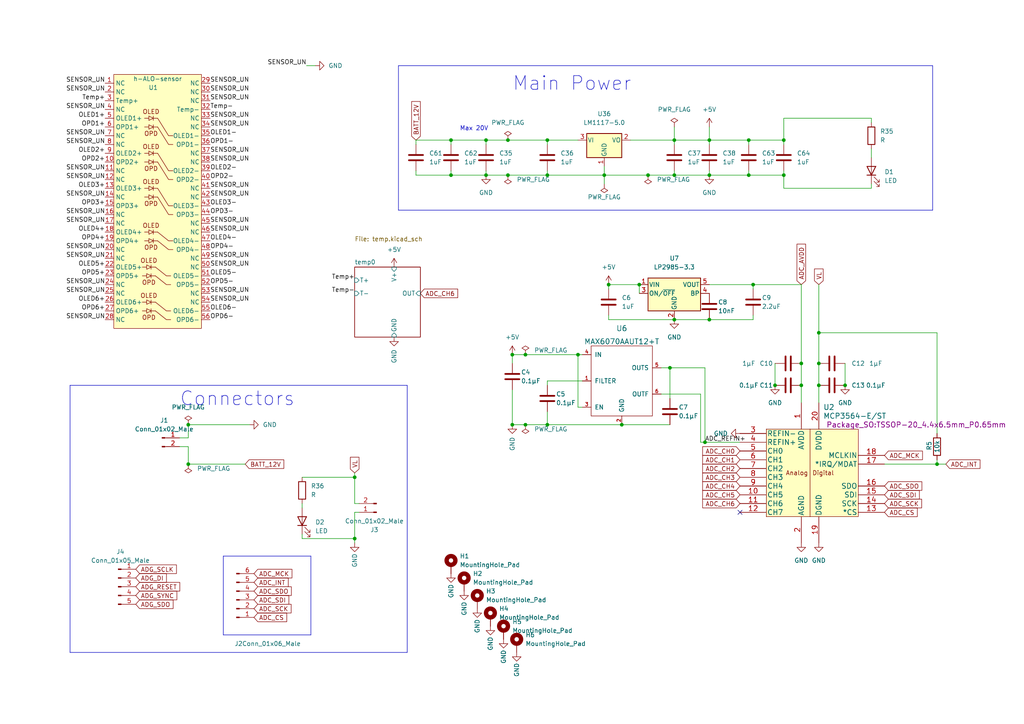
<source format=kicad_sch>
(kicad_sch (version 20230121) (generator eeschema)
  (paper "A4")
  (junction (at 54.61 134.62))
  (junction (at 217.17 50.8))
  (junction (at 158.75 123.19))
  (junction (at 187.96 50.8))
  (junction (at 152.4 102.87))
  (junction (at 127.635 -119.38))
  (junction (at 194.31 106.68))
  (junction (at 162.56 -119.38))
  (junction (at 195.58 40.64))
  (junction (at -30.48 -20.32))
  (junction (at 147.32 50.8))
  (junction (at 180.34 123.19))
  (junction (at -40.64 -46.99))
  (junction (at 224.79 111.76))
  (junction (at 125.095 -114.935))
  (junction (at 205.74 92.71))
  (junction (at 205.74 40.64))
  (junction (at -25.4 -76.2))
  (junction (at 147.32 40.64))
  (junction (at 102.87 156.21))
  (junction (at 102.87 138.43))
  (junction (at 140.97 50.8))
  (junction (at 271.78 134.62))
  (junction (at -21.59 -81.28))
  (junction (at -52.07 -20.32))
  (junction (at 158.75 40.64))
  (junction (at 218.44 82.55))
  (junction (at 195.58 50.8))
  (junction (at 227.33 50.8))
  (junction (at 237.49 105.41))
  (junction (at 237.49 111.76))
  (junction (at 160.02 -114.935))
  (junction (at 86.36 -119.38))
  (junction (at 245.11 111.76))
  (junction (at 217.17 40.64))
  (junction (at 47.625 -114.935))
  (junction (at 192.405 -114.935))
  (junction (at 130.81 40.64))
  (junction (at 227.33 40.64))
  (junction (at 152.4 123.19))
  (junction (at 158.75 50.8))
  (junction (at -40.64 -20.32))
  (junction (at 237.49 96.52))
  (junction (at 50.165 -119.38))
  (junction (at 232.41 105.41))
  (junction (at 185.42 82.55))
  (junction (at 205.74 50.8))
  (junction (at 130.81 50.8))
  (junction (at 176.53 82.55))
  (junction (at 175.26 50.8))
  (junction (at 148.59 102.87))
  (junction (at 140.97 40.64))
  (junction (at 83.82 -114.935))
  (junction (at 204.47 128.27))
  (junction (at -40.64 -81.28))
  (junction (at 194.945 -119.38))
  (junction (at 195.58 92.71))
  (junction (at 232.41 111.76))
  (junction (at 148.59 123.19))
  (junction (at 167.64 102.87))
  (junction (at 54.61 123.19))
  (no_connect (at -12.7 -54.61))
  (no_connect (at -12.7 -52.07))
  (no_connect (at 214.63 148.59))
  (wire (pts (xy 54.61 127) (xy 54.61 123.19)))
  (wire (pts (xy 195.58 40.64) (xy 205.74 40.64)))
  (wire (pts (xy 271.78 96.52) (xy 271.78 125.73)))
  (wire (pts (xy 191.77 106.68) (xy 194.31 106.68)))
  (wire (pts (xy -40.64 -46.99) (xy -40.64 -41.91)))
  (wire (pts (xy 245.11 105.41) (xy 245.11 111.76)))
  (wire (pts (xy 271.78 134.62) (xy 271.78 133.35)))
  (wire (pts (xy -12.7 -46.99) (xy 207.01 -46.99)))
  (wire (pts (xy 130.81 40.64) (xy 130.81 41.91)))
  (wire (pts (xy 162.56 -119.38) (xy 194.945 -119.38)))
  (wire (pts (xy 127.635 -119.38) (xy 162.56 -119.38)))
  (wire (pts (xy 187.96 50.8) (xy 195.58 50.8)))
  (wire (pts (xy 248.92 -49.53) (xy 248.92 -29.21)))
  (wire (pts (xy 205.74 50.8) (xy 217.17 50.8)))
  (wire (pts (xy 147.32 50.8) (xy 158.75 50.8)))
  (wire (pts (xy 83.82 -114.935) (xy 125.095 -114.935)))
  (wire (pts (xy -40.64 -20.32) (xy -52.07 -20.32)))
  (wire (pts (xy 217.17 40.64) (xy 205.74 40.64)))
  (wire (pts (xy -40.64 -81.28) (xy -21.59 -81.28)))
  (wire (pts (xy 185.42 82.55) (xy 176.53 82.55)))
  (wire (pts (xy 102.87 137.16) (xy 102.87 138.43)))
  (wire (pts (xy 102.87 146.05) (xy 104.14 146.05)))
  (wire (pts (xy 191.77 114.3) (xy 203.2 114.3)))
  (wire (pts (xy 40.64 -36.83) (xy 40.64 -29.21)))
  (wire (pts (xy 162.56 -119.38) (xy 162.56 -110.49)))
  (wire (pts (xy 87.63 154.94) (xy 87.63 156.21)))
  (wire (pts (xy 217.17 41.91) (xy 217.17 40.64)))
  (wire (pts (xy 158.75 40.64) (xy 158.75 41.91)))
  (wire (pts (xy -12.7 -41.91) (xy 124.46 -41.91)))
  (wire (pts (xy 229.87 -114.935) (xy 229.87 -110.49)))
  (wire (pts (xy -66.04 -20.32) (xy -52.07 -20.32)))
  (wire (pts (xy -40.64 -34.29) (xy -40.64 -20.32)))
  (wire (pts (xy 192.405 -114.935) (xy 192.405 -110.49)))
  (wire (pts (xy 54.61 129.54) (xy 54.61 134.62)))
  (polyline (pts (xy 118.11 111.76) (xy 118.11 189.23)))
  (wire (pts (xy 130.81 49.53) (xy 130.81 50.8)))
  (wire (pts (xy -25.4 -76.2) (xy -52.07 -76.2)))
  (wire (pts (xy 227.33 54.61) (xy 227.33 50.8)))
  (wire (pts (xy 148.59 102.87) (xy 148.59 105.41)))
  (wire (pts (xy 168.91 110.49) (xy 158.75 110.49)))
  (wire (pts (xy 232.41 105.41) (xy 232.41 111.76)))
  (wire (pts (xy -52.07 -76.2) (xy -52.07 -53.34)))
  (wire (pts (xy 167.64 102.87) (xy 167.64 118.11)))
  (wire (pts (xy 120.65 50.8) (xy 130.81 50.8)))
  (wire (pts (xy 237.49 82.55) (xy 237.49 96.52)))
  (wire (pts (xy 91.44 19.05) (xy 88.9 19.05)))
  (wire (pts (xy 50.165 -110.49) (xy 50.165 -119.38)))
  (wire (pts (xy 158.75 49.53) (xy 158.75 50.8)))
  (wire (pts (xy 54.61 134.62) (xy 71.12 134.62)))
  (wire (pts (xy 227.33 34.29) (xy 227.33 40.64)))
  (wire (pts (xy -30.48 -20.32) (xy -40.64 -20.32)))
  (wire (pts (xy 195.58 40.64) (xy 195.58 41.91)))
  (wire (pts (xy -21.59 -81.28) (xy -21.59 -67.31)))
  (polyline (pts (xy 90.17 161.29) (xy 64.77 161.29)))
  (wire (pts (xy -40.64 -46.99) (xy -34.29 -46.99)))
  (wire (pts (xy 194.31 106.68) (xy 194.31 115.57)))
  (wire (pts (xy 176.53 82.55) (xy 176.53 83.82)))
  (wire (pts (xy 205.74 82.55) (xy 218.44 82.55)))
  (polyline (pts (xy 270.51 19.05) (xy 270.51 60.96)))
  (wire (pts (xy -16.51 -21.59) (xy -16.51 -10.16)))
  (wire (pts (xy 54.61 123.19) (xy 72.39 123.19)))
  (wire (pts (xy 194.945 -119.38) (xy 194.945 -110.49)))
  (wire (pts (xy -66.04 -53.34) (xy -66.04 -81.28)))
  (wire (pts (xy -12.7 -39.37) (xy 81.28 -39.37)))
  (wire (pts (xy 120.65 40.64) (xy 130.81 40.64)))
  (wire (pts (xy 140.97 40.64) (xy 140.97 41.91)))
  (wire (pts (xy 104.14 148.59) (xy 102.87 148.59)))
  (wire (pts (xy 218.44 82.55) (xy 232.41 82.55)))
  (wire (pts (xy 176.53 92.71) (xy 176.53 91.44)))
  (wire (pts (xy 160.02 -114.935) (xy 192.405 -114.935)))
  (wire (pts (xy 195.58 50.8) (xy 205.74 50.8)))
  (wire (pts (xy 205.74 92.71) (xy 218.44 92.71)))
  (polyline (pts (xy 90.17 161.29) (xy 90.17 184.15)))
  (wire (pts (xy 217.17 50.8) (xy 217.17 49.53)))
  (wire (pts (xy 192.405 -114.935) (xy 229.87 -114.935)))
  (wire (pts (xy 232.41 111.76) (xy 232.41 116.84)))
  (wire (pts (xy 194.945 -119.38) (xy 232.41 -119.38)))
  (wire (pts (xy 152.4 102.87) (xy 148.59 102.87)))
  (polyline (pts (xy 64.77 161.29) (xy 64.77 184.15)))
  (wire (pts (xy 86.36 -119.38) (xy 127.635 -119.38)))
  (wire (pts (xy 158.75 50.8) (xy 175.26 50.8)))
  (wire (pts (xy 87.63 138.43) (xy 102.87 138.43)))
  (wire (pts (xy 217.17 50.8) (xy 227.33 50.8)))
  (wire (pts (xy 52.07 127) (xy 54.61 127)))
  (wire (pts (xy 50.165 -119.38) (xy 15.24 -119.38)))
  (polyline (pts (xy 64.77 184.15) (xy 90.17 184.15)))
  (wire (pts (xy -43.18 -10.16) (xy -36.83 -10.16)))
  (wire (pts (xy -66.04 -81.28) (xy -40.64 -81.28)))
  (wire (pts (xy -30.48 -20.32) (xy -30.48 -21.59)))
  (wire (pts (xy 217.17 40.64) (xy 227.33 40.64)))
  (wire (pts (xy 185.42 82.55) (xy 185.42 85.09)))
  (wire (pts (xy 182.88 40.64) (xy 195.58 40.64)))
  (wire (pts (xy 148.59 123.19) (xy 148.59 113.03)))
  (wire (pts (xy 224.79 105.41) (xy 224.79 111.76)))
  (wire (pts (xy 175.26 48.26) (xy 175.26 50.8)))
  (wire (pts (xy 252.73 35.56) (xy 252.73 34.29)))
  (wire (pts (xy 47.625 -114.935) (xy 83.82 -114.935)))
  (polyline (pts (xy 270.51 60.96) (xy 115.57 60.96)))
  (wire (pts (xy -30.48 -19.05) (xy -30.48 -20.32)))
  (wire (pts (xy 125.095 -114.935) (xy 125.095 -110.49)))
  (wire (pts (xy 158.75 110.49) (xy 158.75 111.76)))
  (wire (pts (xy 148.59 123.19) (xy 152.4 123.19)))
  (wire (pts (xy 237.49 111.76) (xy 237.49 116.84)))
  (wire (pts (xy 158.75 123.19) (xy 180.34 123.19)))
  (wire (pts (xy 204.47 128.27) (xy 204.47 106.68)))
  (wire (pts (xy 203.2 128.27) (xy 204.47 128.27)))
  (wire (pts (xy 195.58 49.53) (xy 195.58 50.8)))
  (polyline (pts (xy 115.57 60.96) (xy 115.57 19.05)))
  (wire (pts (xy 205.74 36.83) (xy 205.74 40.64)))
  (wire (pts (xy 86.36 -119.38) (xy 86.36 -110.49)))
  (wire (pts (xy 252.73 54.61) (xy 227.33 54.61)))
  (wire (pts (xy 50.165 -119.38) (xy 86.36 -119.38)))
  (wire (pts (xy 248.92 -49.53) (xy -12.7 -49.53)))
  (wire (pts (xy 168.91 102.87) (xy 167.64 102.87)))
  (wire (pts (xy 147.32 40.64) (xy 158.75 40.64)))
  (wire (pts (xy 47.625 -110.49) (xy 47.625 -114.935)))
  (wire (pts (xy 130.81 40.64) (xy 140.97 40.64)))
  (wire (pts (xy 127.635 -119.38) (xy 127.635 -110.49)))
  (wire (pts (xy 232.41 -119.38) (xy 232.41 -110.49)))
  (wire (pts (xy 195.58 92.71) (xy 205.74 92.71)))
  (wire (pts (xy 218.44 82.55) (xy 218.44 83.82)))
  (wire (pts (xy 83.82 -114.935) (xy 83.82 -110.49)))
  (wire (pts (xy -19.05 -21.59) (xy -19.05 -10.16)))
  (wire (pts (xy 205.74 40.64) (xy 205.74 41.91)))
  (wire (pts (xy -21.59 -21.59) (xy -21.59 -10.16)))
  (wire (pts (xy 237.49 105.41) (xy 237.49 111.76)))
  (wire (pts (xy 120.65 49.53) (xy 120.65 50.8)))
  (wire (pts (xy 160.02 -114.935) (xy 160.02 -110.49)))
  (wire (pts (xy 175.26 53.34) (xy 175.26 50.8)))
  (wire (pts (xy 252.73 43.18) (xy 252.73 45.72)))
  (wire (pts (xy 47.625 -114.935) (xy 20.955 -114.935)))
  (wire (pts (xy 180.34 123.19) (xy 194.31 123.19)))
  (wire (pts (xy 166.37 -44.45) (xy 166.37 -29.21)))
  (wire (pts (xy 125.095 -114.935) (xy 160.02 -114.935)))
  (wire (pts (xy -29.21 -10.16) (xy -26.67 -10.16)))
  (wire (pts (xy -40.64 -81.28) (xy -40.64 -46.99)))
  (wire (pts (xy 120.65 40.64) (xy 120.65 41.91)))
  (wire (pts (xy 252.73 53.34) (xy 252.73 54.61)))
  (wire (pts (xy 81.28 -39.37) (xy 81.28 -29.21)))
  (wire (pts (xy 194.31 106.68) (xy 204.47 106.68)))
  (polyline (pts (xy 20.32 111.76) (xy 118.11 111.76)))
  (wire (pts (xy 271.78 134.62) (xy 274.32 134.62)))
  (polyline (pts (xy 115.57 19.05) (xy 270.51 19.05)))
  (wire (pts (xy 87.63 156.21) (xy 102.87 156.21)))
  (wire (pts (xy 140.97 50.8) (xy 140.97 49.53)))
  (wire (pts (xy -12.7 -36.83) (xy 40.64 -36.83)))
  (wire (pts (xy 167.64 118.11) (xy 168.91 118.11)))
  (wire (pts (xy 203.2 114.3) (xy 203.2 128.27)))
  (wire (pts (xy 167.64 102.87) (xy 152.4 102.87)))
  (wire (pts (xy 124.46 -41.91) (xy 124.46 -29.21)))
  (wire (pts (xy 102.87 156.21) (xy 102.87 157.48)))
  (wire (pts (xy 140.97 50.8) (xy 147.32 50.8)))
  (wire (pts (xy 227.33 40.64) (xy 227.33 41.91)))
  (wire (pts (xy -25.4 -76.2) (xy -25.4 -67.31)))
  (wire (pts (xy -24.13 -21.59) (xy -24.13 -10.16)))
  (wire (pts (xy 218.44 92.71) (xy 218.44 91.44)))
  (wire (pts (xy 102.87 148.59) (xy 102.87 156.21)))
  (wire (pts (xy 237.49 105.41) (xy 237.49 96.52)))
  (wire (pts (xy -21.59 -85.09) (xy -21.59 -81.28)))
  (wire (pts (xy 15.24 -119.38) (xy 15.24 -123.19)))
  (wire (pts (xy 52.07 129.54) (xy 54.61 129.54)))
  (wire (pts (xy 158.75 119.38) (xy 158.75 123.19)))
  (wire (pts (xy 252.73 34.29) (xy 227.33 34.29)))
  (wire (pts (xy 207.01 -46.99) (xy 207.01 -29.21)))
  (wire (pts (xy 232.41 82.55) (xy 232.41 105.41)))
  (wire (pts (xy -52.07 -20.32) (xy -52.07 -45.72)))
  (wire (pts (xy -12.7 -44.45) (xy 166.37 -44.45)))
  (wire (pts (xy 158.75 40.64) (xy 167.64 40.64)))
  (wire (pts (xy 195.58 36.83) (xy 195.58 40.64)))
  (wire (pts (xy 237.49 96.52) (xy 271.78 96.52)))
  (wire (pts (xy 102.87 138.43) (xy 102.87 146.05)))
  (wire (pts (xy 227.33 50.8) (xy 227.33 49.53)))
  (wire (pts (xy 175.26 50.8) (xy 187.96 50.8)))
  (wire (pts (xy -25.4 -85.09) (xy -25.4 -76.2)))
  (wire (pts (xy 140.97 40.64) (xy 147.32 40.64)))
  (wire (pts (xy -66.04 -45.72) (xy -66.04 -20.32)))
  (wire (pts (xy 204.47 128.27) (xy 214.63 128.27)))
  (wire (pts (xy 152.4 123.19) (xy 158.75 123.19)))
  (polyline (pts (xy 20.32 111.76) (xy 20.32 189.23)))
  (wire (pts (xy -26.67 -10.16) (xy -26.67 -21.59)))
  (polyline (pts (xy 118.11 189.23) (xy 20.32 189.23)))
  (wire (pts (xy 195.58 92.71) (xy 176.53 92.71)))
  (wire (pts (xy -43.18 -13.97) (xy -43.18 -10.16)))
  (wire (pts (xy 130.81 50.8) (xy 140.97 50.8)))
  (wire (pts (xy 87.63 146.05) (xy 87.63 147.32)))
  (wire (pts (xy 205.74 49.53) (xy 205.74 50.8)))
  (wire (pts (xy 256.54 134.62) (xy 271.78 134.62)))
  (text "Main Power" (at 148.59 26.67 0) (effects (font (size 4 4)) (justify left bottom)))
  (text "Connectors" (at 52.07 118.11 0) (effects (font (size 4 4)) (justify left bottom)))
  (text "VL: Logic Power Supply Input. \nOperates from 2.7 V to 5.5 V.\n\nVSS: Most Negative Power Supply Potential. \nIn single-supply applications, it can be connected\nto ground.\n\nRESET:\nActive Low Logic Input. When this pin is low, all switches are open, and the appropriate registers\nare cleared to 0.\n\nSYNC:\nActive Low Control Input. This is the frame synchronization signal for the input data. When SYNC\ngoes low, it powers on the SCLK and DIN buffers and enables the input shift register. Data is\ntransferred in on the falling edges of the following clocks. Taking SYNC high updates the switch\ncondition.\n\nSDO:\nFor systems that contain several switches, the SDO pin can be\nused to daisy-chain several devices together. The SDO pin can\nalso be used for diagnostic purposes and to provide serial readback\nwhere the user wants to read back the switch contents.\nThe SDO pin is an open-drain output that should be pulled to\nthe VL supply with an external resistor." (at -191.77 -33.02 0) (effects (font (size 1.27 1.27)) (justify left bottom)))
  (text "Max 20V" (at 133.35 38.1 0) (effects (font (size 1.27 1.27)) (justify left bottom)))
  (label "SENSOR_UN" (at 60.96 77.47 0))
  (label "OLED2-" (at 261.62 -20.32 0))
  (label "OPD2+" (at 30.48 46.99 180))
  (label "Temp+" (at 30.48 29.21 180))
  (label "SENSOR_UN" (at 60.96 36.83 0))
  (label "OLED4-" (at 60.96 69.85 0))
  (label "SENSOR_UN" (at 30.48 62.23 180))
  (label "SENSOR_UN" (at 60.96 64.77 0))
  (label "OLED2+" (at 261.62 -17.78 0))
  (label "OLED5+" (at 137.16 -17.78 0))
  (label "SENSOR_UN" (at 30.48 41.91 180))
  (label "OPD1+" (at 185.42 -100.33 180))
  (label "SENSOR_UN" (at 30.48 52.07 180))
  (label "OPD5+" (at 30.48 80.01 180))
  (label "OPD3-" (at 115.57 -102.87 180))
  (label "OLED6-" (at 179.07 -20.32 0))
  (label "OLED2+" (at 30.48 44.45 180))
  (label "SENSOR_UN" (at 30.48 92.71 180))
  (label "SENSOR_UN" (at 30.48 49.53 180))
  (label "OLED2-" (at 60.96 49.53 0))
  (label "OPD6-" (at 220.98 -102.87 180))
  (label "OLED4-" (at 93.98 -20.32 0))
  (label "OLED6+" (at 179.07 -17.78 0))
  (label "SENSOR_UN" (at 60.96 74.93 0))
  (label "SENSOR_UN" (at 30.48 72.39 180))
  (label "SENSOR_UN" (at 30.48 31.75 180))
  (label "OPD5+" (at 38.1 -100.33 180))
  (label "OLED1-" (at 219.71 -20.32 0))
  (label "OLED4+" (at 30.48 67.31 180))
  (label "SENSOR_UN" (at 60.96 44.45 0))
  (label "OLED3+" (at 53.34 -17.78 0))
  (label "OLED5+" (at 30.48 77.47 180))
  (label "OPD2+" (at 151.13 -100.33 180))
  (label "OPD3-" (at 60.96 62.23 0))
  (label "SENSOR_UN" (at 60.96 67.31 0))
  (label "OPD2-" (at 151.13 -102.87 180))
  (label "OPD1+" (at 30.48 36.83 180))
  (label "SENSOR_UN" (at 30.48 82.55 180))
  (label "OLED3+" (at 30.48 54.61 180))
  (label "OLED5-" (at 137.16 -20.32 0))
  (label "OPD1-" (at 185.42 -102.87 180))
  (label "OPD3+" (at 30.48 59.69 180))
  (label "OLED1+" (at 219.71 -17.78 0))
  (label "SENSOR_UN" (at 60.96 24.13 0))
  (label "SENSOR_UN" (at 60.96 87.63 0))
  (label "OPD6-" (at 60.96 92.71 0))
  (label "OPD6+" (at 220.98 -100.33 180))
  (label "Temp-" (at 102.87 85.09 180))
  (label "SENSOR_UN" (at 30.48 57.15 180))
  (label "SENSOR_UN" (at 30.48 24.13 180))
  (label "SENSOR_UN" (at 60.96 54.61 0))
  (label "OLED3-" (at 60.96 59.69 0))
  (label "SENSOR_UN" (at 60.96 46.99 0))
  (label "OLED3-" (at 53.34 -20.32 0))
  (label "OPD4-" (at 60.96 72.39 0))
  (label "Temp+" (at 102.87 81.28 180))
  (label "SENSOR_UN" (at 88.9 19.05 180))
  (label "OLED1-" (at 60.96 39.37 0))
  (label "OPD1-" (at 60.96 41.91 0))
  (label "OLED1+" (at 30.48 34.29 180))
  (label "SENSOR_UN" (at 60.96 85.09 0))
  (label "OPD3+" (at 115.57 -100.33 180))
  (label "SENSOR_UN" (at 30.48 39.37 180))
  (label "OPD6+" (at 30.48 90.17 180))
  (label "OLED6+" (at 30.48 87.63 180))
  (label "OPD4-" (at 74.93 -102.87 180))
  (label "OPD2-" (at 60.96 52.07 0))
  (label "SENSOR_UN" (at 30.48 26.67 180))
  (label "SENSOR_UN" (at 30.48 74.93 180))
  (label "OPD5-" (at 60.96 82.55 0))
  (label "OPD5-" (at 38.1 -102.87 180))
  (label "SENSOR_UN" (at 60.96 26.67 0))
  (label "OLED5-" (at 60.96 80.01 0))
  (label "SENSOR_UN" (at 60.96 34.29 0))
  (label "SENSOR_UN" (at 60.96 57.15 0))
  (label "SENSOR_UN" (at 60.96 29.21 0))
  (label "ADC_REFIN+" (at 204.47 128.27 0))
  (label "Temp-" (at 60.96 31.75 0))
  (label "SENSOR_UN" (at 30.48 64.77 180))
  (label "OLED4+" (at 93.98 -17.78 0))
  (label "SENSOR_UN" (at 30.48 85.09 180))
  (label "OPD4+" (at 74.93 -100.33 180))
  (label "OPD4+" (at 30.48 69.85 180))
  (label "OLED6-" (at 60.96 90.17 0))
  (global_label "ADG_SDO" (shape input) (at -26.67 -10.16 270) (property "Intersheetrefs" "${INTERSHEET_REFS}" (effects hide)))
  (global_label "ADG_RESET" (shape input) (at -24.13 -10.16 270) (property "Intersheetrefs" "${INTERSHEET_REFS}" (effects hide)))
  (global_label "BATT_12V" (shape input) (at 120.65 40.64 90) (property "Intersheetrefs" "${INTERSHEET_REFS}" (effects hide)))
  (global_label "BATT_12V" (shape input) (at 71.12 134.62 0) (property "Intersheetrefs" "${INTERSHEET_REFS}" (effects hide)))
  (global_label "ADC_SDO" (shape input) (at 73.66 171.45 0) (property "Intersheetrefs" "${INTERSHEET_REFS}" (effects hide)))
  (global_label "ADC_MCK" (shape input) (at 73.66 166.37 0) (property "Intersheetrefs" "${INTERSHEET_REFS}" (effects hide)))
  (global_label "ADG_SCLK" (shape input) (at -16.51 -10.16 270) (property "Intersheetrefs" "${INTERSHEET_REFS}" (effects hide)))
  (global_label "ADC_SDI" (shape input) (at 256.54 143.51 0) (property "Intersheetrefs" "${INTERSHEET_REFS}" (effects hide)))
  (global_label "ADG_SDO" (shape input) (at 39.37 175.26 0) (property "Intersheetrefs" "${INTERSHEET_REFS}" (effects hide)))
  (global_label "ADC_AVDD" (shape input) (at 232.41 82.55 90) (property "Intersheetrefs" "${INTERSHEET_REFS}" (effects hide)))
  (global_label "VL" (shape input) (at 102.87 137.16 90) (property "Intersheetrefs" "${INTERSHEET_REFS}" (effects hide)))
  (global_label "BATT_12V" (shape input) (at 20.955 -114.935 180) (property "Intersheetrefs" "${INTERSHEET_REFS}" (effects hide)))
  (global_label "ADG_RESET" (shape input) (at 39.37 170.18 0) (property "Intersheetrefs" "${INTERSHEET_REFS}" (effects hide)))
  (global_label "ADG_DI" (shape input) (at 39.37 167.64 0) (property "Intersheetrefs" "${INTERSHEET_REFS}" (effects hide)))
  (global_label "ADC_CH6" (shape input) (at 214.63 146.05 180) (property "Intersheetrefs" "${INTERSHEET_REFS}" (effects hide)))
  (global_label "ADC_SCK" (shape input) (at 73.66 176.53 0) (property "Intersheetrefs" "${INTERSHEET_REFS}" (effects hide)))
  (global_label "ADC_CH2" (shape input) (at 214.63 135.89 180) (property "Intersheetrefs" "${INTERSHEET_REFS}" (effects hide)))
  (global_label "ADC_CS" (shape input) (at 73.66 179.07 0) (property "Intersheetrefs" "${INTERSHEET_REFS}" (effects hide)))
  (global_label "ADC_SDO" (shape input) (at 256.54 140.97 0) (property "Intersheetrefs" "${INTERSHEET_REFS}" (effects hide)))
  (global_label "ADC_CH2" (shape input) (at 87.63 -102.87 0) (property "Intersheetrefs" "${INTERSHEET_REFS}" (effects hide)))
  (global_label "ADC_SDI" (shape input) (at 73.66 173.99 0) (property "Intersheetrefs" "${INTERSHEET_REFS}" (effects hide)))
  (global_label "ADC_CS" (shape input) (at 256.54 148.59 0) (property "Intersheetrefs" "${INTERSHEET_REFS}" (effects hide)))
  (global_label "ADC_CH4" (shape input) (at 214.63 140.97 180) (property "Intersheetrefs" "${INTERSHEET_REFS}" (effects hide)))
  (global_label "ADC_CH4" (shape input) (at 163.83 -102.87 0) (property "Intersheetrefs" "${INTERSHEET_REFS}" (effects hide)))
  (global_label "ADC_SCK" (shape input) (at 256.54 146.05 0) (property "Intersheetrefs" "${INTERSHEET_REFS}" (effects hide)))
  (global_label "ADC_CH3" (shape input) (at 129.54 -102.87 0) (property "Intersheetrefs" "${INTERSHEET_REFS}" (effects hide)))
  (global_label "VL" (shape input) (at -25.4 -85.09 90) (property "Intersheetrefs" "${INTERSHEET_REFS}" (effects hide)))
  (global_label "ADG_SCLK" (shape input) (at 39.37 165.1 0) (property "Intersheetrefs" "${INTERSHEET_REFS}" (effects hide)))
  (global_label "ADG_SYNC" (shape input) (at 39.37 172.72 0) (property "Intersheetrefs" "${INTERSHEET_REFS}" (effects hide)))
  (global_label "ADC_CH1" (shape input) (at 214.63 133.35 180) (property "Intersheetrefs" "${INTERSHEET_REFS}" (effects hide)))
  (global_label "ADC_CH5" (shape input) (at 214.63 143.51 180) (property "Intersheetrefs" "${INTERSHEET_REFS}" (effects hide)))
  (global_label "ADC_CH6" (shape input) (at 121.92 85.09 0) (property "Intersheetrefs" "${INTERSHEET_REFS}" (effects hide)))
  (global_label "ADC_INT" (shape input) (at 274.32 134.62 0) (property "Intersheetrefs" "${INTERSHEET_REFS}" (effects hide)))
  (global_label "ADC_CH3" (shape input) (at 214.63 138.43 180) (property "Intersheetrefs" "${INTERSHEET_REFS}" (effects hide)))
  (global_label "ADG_SYNC" (shape input) (at -19.05 -10.16 270) (property "Intersheetrefs" "${INTERSHEET_REFS}" (effects hide)))
  (global_label "BATT_12V" (shape input) (at -21.59 -85.09 90) (property "Intersheetrefs" "${INTERSHEET_REFS}" (effects hide)))
  (global_label "VL" (shape input) (at 237.49 82.55 90) (property "Intersheetrefs" "${INTERSHEET_REFS}" (effects hide)))
  (global_label "ADC_INT" (shape input) (at 73.66 168.91 0) (property "Intersheetrefs" "${INTERSHEET_REFS}" (effects hide)))
  (global_label "ADC_CH0" (shape input) (at 234.95 -102.87 0) (property "Intersheetrefs" "${INTERSHEET_REFS}" (effects hide)))
  (global_label "ADC_MCK" (shape input) (at 256.54 132.08 0) (property "Intersheetrefs" "${INTERSHEET_REFS}" (effects hide)))
  (global_label "ADC_CH0" (shape input) (at 214.63 130.81 180) (property "Intersheetrefs" "${INTERSHEET_REFS}" (effects hide)))
  (global_label "ADG_DI" (shape input) (at -21.59 -10.16 270) (property "Intersheetrefs" "${INTERSHEET_REFS}" (effects hide)))
  (global_label "VL" (shape input) (at -43.18 -13.97 90) (property "Intersheetrefs" "${INTERSHEET_REFS}" (effects hide)))
  (global_label "ADC_CH1" (shape input) (at 52.07 -102.87 0) (property "Intersheetrefs" "${INTERSHEET_REFS}" (effects hide)))
  (global_label "ADC_CH5" (shape input) (at 199.39 -102.87 0) (property "Intersheetrefs" "${INTERSHEET_REFS}" (effects hide)))
  (symbol (lib_id "power:GND") (at -30.48 -19.05 0) (unit 1)
    (property "Reference" "#PWR0133" (effects hide))
    (property "Value" "GND" (at -33.02 -15.24 0) (effects (justify left)))
  )
  (symbol (lib_id "power:GND") (at 127.635 -91.44 0) (unit 1)
    (property "Reference" "#PWR0122" (effects hide))
    (property "Value" "GND" (at 127.635 -86.995 0))
  )
  (symbol (lib_id "power:GND") (at 130.81 166.37 0) (unit 1)
    (property "Reference" "#PWR0140" (effects hide))
    (property "Value" "GND" (at 130.81 171.45 90))
  )
  (symbol (lib_id "Device:R") (at 271.78 129.54 0) (unit 1)
    (property "Reference" "R5" (at 269.494 129.286 90))
    (property "Value" "10k" (at 271.78 129.54 90))
    (property "Footprint" "Resistor_SMD:R_0603_1608Metric" (effects hide))
  )
  (symbol (lib_id "power:PWR_FLAG") (at 152.4 123.19 180) (unit 1)
    (property "Reference" "#FLG0111" (effects hide))
    (property "Value" "PWR_FLAG" (at 154.94 124.4599 0) (effects (justify right)))
  )
  (symbol (lib_id "power:GND") (at 214.63 125.73 270) (unit 1)
    (property "Reference" "#PWR0104" (effects hide))
    (property "Value" "GND" (at 207.01 125.73 90) (effects (justify left)))
  )
  (symbol (lib_id "power:GND") (at -30.48 -67.31 180) (unit 1)
    (property "Reference" "#PWR0132" (effects hide))
    (property "Value" "GND" (at -33.02 -71.12 0) (effects (justify right)))
  )
  (symbol (lib_id "power:PWR_FLAG") (at 54.61 134.62 180) (unit 1)
    (property "Reference" "#FLG0109" (effects hide))
    (property "Value" "PWR_FLAG" (at 57.15 135.8899 0) (effects (justify right)))
  )
  (symbol (lib_id "Device:LED") (at 87.63 151.13 90) (unit 1)
    (property "Reference" "D2" (at 91.44 151.4474 90) (effects (justify right)))
    (property "Value" "LED" (at 91.44 153.9874 90) (effects (justify right)))
    (property "Footprint" "LED_SMD:LED_0603_1608Metric" (effects hide))
  )
  (symbol (lib_id "Device:C") (at -66.04 -49.53 180) (unit 1)
    (property "Reference" "C60" (at -68.58 -48.26 0) (effects (justify left)))
    (property "Value" "0.1µF" (at -68.58 -50.8 0) (effects (justify left)))
    (property "Footprint" "Capacitor_SMD:C_0603_1608Metric" (effects hide))
  )
  (symbol (lib_id "Device:R") (at -33.02 -10.16 90) (unit 1)
    (property "Reference" "R34" (at -33.02 -15.24 90))
    (property "Value" "R" (at -33.02 -12.7 90))
    (property "Footprint" "Resistor_SMD:R_0603_1608Metric" (effects hide))
  )
  (symbol (lib_id "Device:C") (at 205.74 45.72 0) (unit 1)
    (property "Reference" "C38" (at 209.55 44.4499 0) (effects (justify left)))
    (property "Value" "1uF" (at 209.55 46.9899 0) (effects (justify left)))
    (property "Footprint" "Capacitor_SMD:C_0805_2012Metric" (effects hide))
  )
  (symbol (lib_id "Device:LED") (at 252.73 49.53 90) (unit 1)
    (property "Reference" "D1" (at 256.54 49.8474 90) (effects (justify right)))
    (property "Value" "LED" (at 256.54 52.3874 90) (effects (justify right)))
    (property "Footprint" "LED_SMD:LED_0603_1608Metric" (effects hide))
  )
  (symbol (lib_id "Device:C") (at 241.3 105.41 90) (unit 1)
    (property "Reference" "C12" (at 248.92 105.41 90))
    (property "Value" "1µF" (at 254 105.41 90))
    (property "Footprint" "Capacitor_SMD:C_0603_1608Metric" (effects hide))
  )
  (symbol (lib_id "power:GND") (at 248.92 -11.43 0) (unit 1)
    (property "Reference" "#PWR0117" (effects hide))
    (property "Value" "GND" (at 251.46 -10.1601 0) (effects (justify left)))
  )
  (symbol (lib_id "power:GND") (at 195.58 92.71 0) (unit 1)
    (property "Reference" "#PWR0116" (effects hide))
    (property "Value" "GND" (at 195.58 97.79 0))
  )
  (symbol (lib_id "power:PWR_FLAG") (at 54.61 123.19 0) (unit 1)
    (property "Reference" "#FLG0110" (effects hide))
    (property "Value" "PWR_FLAG" (at 54.61 118.11 0))
  )
  (symbol (lib_id "Connector:Conn_01x02_Male") (at 109.22 148.59 180) (unit 1)
    (property "Reference" "J3" (at 108.585 153.67 0))
    (property "Value" "Conn_01x02_Male" (at 108.585 151.13 0))
    (property "Footprint" "Connector_JST:JST_XH_B2B-XH-A_1x02_P2.50mm_Vertical" (effects hide))
  )
  (symbol (lib_id "power:GND") (at 81.28 -11.43 0) (unit 1)
    (property "Reference" "#PWR0112" (effects hide))
    (property "Value" "GND" (at 83.82 -10.1601 0) (effects (justify left)))
  )
  (symbol (lib_id "Device:C") (at 228.6 105.41 90) (unit 1)
    (property "Reference" "C10" (at 222.25 105.41 90))
    (property "Value" "1µF" (at 217.17 105.41 90))
    (property "Footprint" "Capacitor_SMD:C_0603_1608Metric" (effects hide))
  )
  (symbol (lib_id "power:GND") (at 224.79 111.76 0) (unit 1)
    (property "Reference" "#PWR0105" (effects hide))
    (property "Value" "GND" (at 224.79 116.84 0))
  )
  (symbol (lib_id "Connector:Conn_01x05_Male") (at 34.29 170.18 0) (unit 1)
    (property "Reference" "J4" (at 34.925 160.02 0))
    (property "Value" "Conn_01x05_Male" (at 34.925 162.56 0))
    (property "Footprint" "Connector_JST:JST_XH_B5B-XH-A_1x05_P2.50mm_Vertical" (effects hide))
  )
  (symbol (lib_id "Device:C") (at -40.64 -38.1 180) (unit 1)
    (property "Reference" "C65" (at -43.18 -36.83 0) (effects (justify left)))
    (property "Value" "0.1µF" (at -43.18 -39.37 0) (effects (justify left)))
    (property "Footprint" "Capacitor_SMD:C_0603_1608Metric" (effects hide))
  )
  (symbol (lib_id "Device:C") (at 140.97 45.72 0) (unit 1)
    (property "Reference" "C35" (at 144.78 44.4499 0) (effects (justify left)))
    (property "Value" "1uF" (at 144.78 46.9899 0) (effects (justify left)))
    (property "Footprint" "Capacitor_SMD:C_0805_2012Metric" (effects hide))
  )
  (symbol (lib_id "power:GND") (at 232.41 157.48 0) (unit 1)
    (property "Reference" "#PWR0101" (effects hide))
    (property "Value" "GND" (at 232.41 162.56 0))
  )
  (symbol (lib_id "Mechanical:MountingHole_Pad") (at 142.24 179.07 0) (unit 1)
    (property "Reference" "H4" (at 144.78 176.5299 0) (effects (justify left)))
    (property "Value" "MountingHole_Pad" (at 144.78 179.0699 0) (effects (justify left)))
    (property "Footprint" "MountingHole:MountingHole_3.2mm_M3_DIN965_Pad" (effects hide))
  )
  (symbol (lib_id "power:GND") (at 102.87 157.48 0) (unit 1)
    (property "Reference" "#PWR0129" (effects hide))
    (property "Value" "GND" (at 102.87 162.56 90))
  )
  (symbol (lib_id "power:GND") (at 72.39 123.19 90) (unit 1)
    (property "Reference" "#PWR0130" (effects hide))
    (property "Value" "GND" (at 76.2 123.1899 90) (effects (justify right)))
  )
  (symbol (lib_id "power:GND") (at 124.46 -11.43 0) (unit 1)
    (property "Reference" "#PWR0111" (effects hide))
    (property "Value" "GND" (at 127 -10.1601 0) (effects (justify left)))
  )
  (symbol (lib_id "power:GND") (at 207.01 -11.43 0) (unit 1)
    (property "Reference" "#PWR0119" (effects hide))
    (property "Value" "GND" (at 209.55 -10.1601 0) (effects (justify left)))
  )
  (symbol (lib_id "power:PWR_FLAG") (at 175.26 53.34 180) (unit 1)
    (property "Reference" "#FLG0101" (effects hide))
    (property "Value" "PWR_FLAG" (at 175.26 57.15 0))
  )
  (symbol (lib_id "Device:C") (at -52.07 -49.53 180) (unit 1)
    (property "Reference" "C59" (at -54.61 -48.26 0) (effects (justify left)))
    (property "Value" "0.1µF" (at -54.61 -50.8 0) (effects (justify left)))
    (property "Footprint" "Capacitor_SMD:C_0603_1608Metric" (effects hide))
  )
  (symbol (lib_id "Device:C") (at 194.31 119.38 0) (unit 1)
    (property "Reference" "C7" (at 196.85 118.11 0) (effects (justify left)))
    (property "Value" "0.1µF" (at 196.85 120.65 0) (effects (justify left)))
    (property "Footprint" "Capacitor_SMD:C_0603_1608Metric" (effects hide))
  )
  (symbol (lib_id "power:GND") (at 148.59 123.19 0) (unit 1)
    (property "Reference" "#PWR0137" (effects hide))
    (property "Value" "GND" (at 148.59 130.81 90) (effects (justify left)))
  )
  (symbol (lib_id "Device:C") (at 158.75 45.72 0) (unit 1)
    (property "Reference" "C36" (at 162.56 44.4499 0) (effects (justify left)))
    (property "Value" "1uF" (at 162.56 46.9899 0) (effects (justify left)))
    (property "Footprint" "Capacitor_SMD:C_0805_2012Metric" (effects hide))
  )
  (symbol (lib_id "power:PWR_FLAG") (at 147.32 50.8 180) (unit 1)
    (property "Reference" "#FLG0115" (effects hide))
    (property "Value" "PWR_FLAG" (at 149.86 52.0699 0) (effects (justify right)))
  )
  (symbol (lib_id "Mechanical:MountingHole_Pad") (at 149.86 186.69 0) (unit 1)
    (property "Reference" "H6" (at 152.4 184.1499 0) (effects (justify left)))
    (property "Value" "MountingHole_Pad" (at 152.4 186.6899 0) (effects (justify left)))
    (property "Footprint" "MountingHole:MountingHole_3.2mm_M3_DIN965_Pad" (effects hide))
  )
  (symbol (lib_id "power:GND") (at 114.3 97.79 0) (unit 1)
    (property "Reference" "#PWR0135" (effects hide))
    (property "Value" "GND" (at 114.3 105.41 90) (effects (justify left)))
  )
  (symbol (lib_id "Device:R") (at 252.73 39.37 0) (unit 1)
    (property "Reference" "R35" (at 255.27 38.0999 0) (effects (justify left)))
    (property "Value" "R" (at 255.27 40.6399 0) (effects (justify left)))
    (property "Footprint" "Resistor_SMD:R_0603_1608Metric" (effects hide))
  )
  (symbol (lib_id "power:GND") (at 50.165 -93.98 0) (unit 1)
    (property "Reference" "#PWR0121" (effects hide))
    (property "Value" "GND" (at 50.165 -88.9 0))
  )
  (symbol (lib_id "Device:C") (at 176.53 87.63 0) (unit 1)
    (property "Reference" "C6" (at 180.34 86.3599 0) (effects (justify left)))
    (property "Value" "1uF" (at 180.34 88.8999 0) (effects (justify left)))
    (property "Footprint" "Capacitor_SMD:C_0603_1608Metric" (effects hide))
  )
  (symbol (lib_id "h-ALO:h-ALO-sensor") (at 45.72 57.15 0) (unit 1)
    (property "Reference" "U1" (at 44.45 25.4 0))
    (property "Value" "h-ALO-sensor" (at 45.72 22.86 0))
    (property "Footprint" "h-ALO:h-ALO-sensor" (effects hide))
  )
  (symbol (lib_id "Mechanical:MountingHole_Pad") (at 146.05 182.88 0) (unit 1)
    (property "Reference" "H5" (at 148.59 180.3399 0) (effects (justify left)))
    (property "Value" "MountingHole_Pad" (at 148.59 182.8799 0) (effects (justify left)))
    (property "Footprint" "MountingHole:MountingHole_3.2mm_M3_DIN965_Pad" (effects hide))
  )
  (symbol (lib_id "power:GND") (at 146.05 185.42 0) (unit 1)
    (property "Reference" "#PWR01" (effects hide))
    (property "Value" "GND" (at 146.05 190.5 90))
  )
  (symbol (lib_id "Mechanical:MountingHole_Pad") (at 138.43 173.99 0) (unit 1)
    (property "Reference" "H3" (at 140.97 171.4499 0) (effects (justify left)))
    (property "Value" "MountingHole_Pad" (at 140.97 173.9899 0) (effects (justify left)))
    (property "Footprint" "MountingHole:MountingHole_3.2mm_M3_DIN965_Pad" (effects hide))
  )
  (symbol (lib_id "Regulator_Linear:LM1117-5.0") (at 175.26 40.64 0) (unit 1)
    (property "Reference" "U36" (at 175.26 33.02 0))
    (property "Value" "LM1117-5.0" (at 175.26 35.56 0))
    (property "Footprint" "Package_TO_SOT_SMD:SOT-223-3_TabPin2" (effects hide))
    (property "Datasheet" "http://www.ti.com/lit/ds/symlink/lm1117.pdf" (effects hide))
  )
  (symbol (lib_id "max6070:MAX6070AAUT12+T") (at 180.34 110.49 0) (unit 1)
    (property "Reference" "U6" (at 180.34 95.25 0) (effects (font (size 1.524 1.524))))
    (property "Value" "MAX6070AAUT12+T" (at 180.34 99.06 0) (effects (font (size 1.524 1.524))))
    (property "Footprint" "Package_TO_SOT_SMD:SOT-23-6" (effects hide))
  )
  (symbol (lib_id "Device:C") (at 227.33 45.72 0) (unit 1)
    (property "Reference" "C64" (at 231.14 44.4499 0) (effects (justify left)))
    (property "Value" "1uF" (at 231.14 46.9899 0) (effects (justify left)))
    (property "Footprint" "Capacitor_SMD:C_0805_2012Metric" (effects hide))
  )
  (symbol (lib_id "power:+5V") (at 205.74 36.83 0) (unit 1)
    (property "Reference" "#PWR0107" (effects hide))
    (property "Value" "+5V" (at 205.74 31.75 0))
  )
  (symbol (lib_id "Device:C") (at 205.74 88.9 0) (unit 1)
    (property "Reference" "C8" (at 208.28 87.63 0) (effects (justify left)))
    (property "Value" "10nF" (at 208.28 90.17 0) (effects (justify left)))
    (property "Footprint" "Capacitor_SMD:C_0603_1608Metric" (effects hide))
  )
  (symbol (lib_id "power:GND") (at 86.36 -93.98 0) (unit 1)
    (property "Reference" "#PWR0124" (effects hide))
    (property "Value" "GND" (at 86.36 -89.535 0))
  )
  (symbol (lib_id "power:GND") (at 166.37 -11.43 0) (unit 1)
    (property "Reference" "#PWR0118" (effects hide))
    (property "Value" "GND" (at 168.91 -10.1601 0) (effects (justify left)))
  )
  (symbol (lib_id "power:GND") (at 134.62 171.45 0) (unit 1)
    (property "Reference" "#PWR0139" (effects hide))
    (property "Value" "GND" (at 134.62 176.53 90))
  )
  (symbol (lib_id "power:GND") (at 194.945 -93.98 0) (unit 1)
    (property "Reference" "#PWR0123" (effects hide))
    (property "Value" "GND" (at 194.945 -88.9 0))
  )
  (symbol (lib_id "power:PWR_FLAG") (at 187.96 50.8 180) (unit 1)
    (property "Reference" "#FLG0114" (effects hide))
    (property "Value" "PWR_FLAG" (at 190.5 52.0699 0) (effects (justify right)))
  )
  (symbol (lib_id "Device:C") (at 195.58 45.72 0) (unit 1)
    (property "Reference" "C37" (at 199.39 44.4499 0) (effects (justify left)))
    (property "Value" "1uF" (at 199.39 46.9899 0) (effects (justify left)))
    (property "Footprint" "Capacitor_SMD:C_0805_2012Metric" (effects hide))
  )
  (symbol (lib_id "Device:C") (at 217.17 45.72 0) (unit 1)
    (property "Reference" "C63" (at 220.98 44.4499 0) (effects (justify left)))
    (property "Value" "1uF" (at 220.98 46.9899 0) (effects (justify left)))
    (property "Footprint" "Capacitor_SMD:C_0805_2012Metric" (effects hide))
  )
  (symbol (lib_id "power:GND") (at 91.44 19.05 90) (unit 1)
    (property "Reference" "#PWR0134" (effects hide))
    (property "Value" "GND" (at 95.25 19.0499 90) (effects (justify right)))
  )
  (symbol (lib_id "power:GND") (at 140.97 50.8 0) (unit 1)
    (property "Reference" "#PWR0125" (effects hide))
    (property "Value" "GND" (at 140.97 55.88 0))
  )
  (symbol (lib_id "power:+5V") (at 148.59 102.87 0) (unit 1)
    (property "Reference" "#PWR0127" (effects hide))
    (property "Value" "+5V" (at 148.59 97.79 0))
  )
  (symbol (lib_id "Device:R") (at 87.63 142.24 0) (unit 1)
    (property "Reference" "R36" (at 90.17 140.9699 0) (effects (justify left)))
    (property "Value" "R" (at 90.17 143.51 0) (effects (justify left)))
    (property "Footprint" "Resistor_SMD:R_0603_1608Metric" (effects hide))
  )
  (symbol (lib_id "power:+5V") (at 15.24 -123.19 0) (unit 1)
    (property "Reference" "#PWR0131" (effects hide))
    (property "Value" "+5V" (at 17.78 -124.4601 0) (effects (justify left)))
  )
  (symbol (lib_id "Mechanical:MountingHole_Pad") (at 134.62 168.91 0) (unit 1)
    (property "Reference" "H2" (at 137.16 166.3699 0) (effects (justify left)))
    (property "Value" "MountingHole_Pad" (at 137.16 168.9099 0) (effects (justify left)))
    (property "Footprint" "MountingHole:MountingHole_3.2mm_M3_DIN965_Pad" (effects hide))
  )
  (symbol (lib_id "power:GND") (at 232.41 -93.98 0) (unit 1)
    (property "Reference" "#PWR0103" (effects hide))
    (property "Value" "GND" (at 232.41 -88.9 0))
  )
  (symbol (lib_id "Connector:Conn_01x02_Male") (at 46.99 127 0) (unit 1)
    (property "Reference" "J1" (at 47.625 121.92 0))
    (property "Value" "Conn_01x02_Male" (at 47.625 124.46 0))
    (property "Footprint" "Connector_JST:JST_XH_B2B-XH-A_1x02_P2.50mm_Vertical" (effects hide))
  )
  (symbol (lib_id "power:GND") (at 245.11 111.76 0) (unit 1)
    (property "Reference" "#PWR0106" (effects hide))
    (property "Value" "GND" (at 245.11 116.84 0))
  )
  (symbol (lib_id "Device:C") (at 241.3 111.76 90) (unit 1)
    (property "Reference" "C13" (at 248.92 111.76 90))
    (property "Value" "0.1µF" (at 254 111.76 90))
    (property "Footprint" "Capacitor_SMD:C_0603_1608Metric" (effects hide))
  )
  (symbol (lib_id "Device:C") (at 120.65 45.72 0) (unit 1)
    (property "Reference" "C61" (at 124.46 44.4499 0) (effects (justify left)))
    (property "Value" "1uF" (at 124.46 46.9899 0) (effects (justify left)))
    (property "Footprint" "Capacitor_SMD:C_0805_2012Metric" (effects hide))
  )
  (symbol (lib_id "power:GND") (at 40.64 -11.43 0) (unit 1)
    (property "Reference" "#PWR0110" (effects hide))
    (property "Value" "GND" (at 43.18 -10.1601 0) (effects (justify left)))
  )
  (symbol (lib_id "Regulator_Linear:LP2985-3.3") (at 195.58 85.09 0) (unit 1)
    (property "Reference" "U7" (at 195.58 74.93 0))
    (property "Value" "LP2985-3.3" (at 195.58 77.47 0))
    (property "Footprint" "Package_TO_SOT_SMD:SOT-23-5" (effects hide))
    (property "Datasheet" "http://www.ti.com/lit/ds/symlink/lp2985.pdf" (effects hide))
  )
  (symbol (lib_id "Device:C") (at 228.6 111.76 90) (unit 1)
    (property "Reference" "C11" (at 222.25 111.76 90))
    (property "Value" "0.1µF" (at 217.17 111.76 90))
    (property "Footprint" "Capacitor_SMD:C_0603_1608Metric" (effects hide))
  )
  (symbol (lib_id "power:GND") (at 237.49 157.48 0) (unit 1)
    (property "Reference" "#PWR0102" (effects hide))
    (property "Value" "GND" (at 237.49 162.56 0))
  )
  (symbol (lib_id "power:PWR_FLAG") (at 195.58 36.83 0) (unit 1)
    (property "Reference" "#FLG0113" (effects hide))
    (property "Value" "PWR_FLAG" (at 195.58 31.75 0))
  )
  (symbol (lib_id "power:+5V") (at 176.53 82.55 0) (unit 1)
    (property "Reference" "#PWR0128" (effects hide))
    (property "Value" "+5V" (at 176.53 77.47 0))
  )
  (symbol (lib_id "Device:C") (at 218.44 87.63 0) (unit 1)
    (property "Reference" "C9" (at 220.98 86.36 0) (effects (justify left)))
    (property "Value" "2.2uF" (at 220.98 88.9 0) (effects (justify left)))
    (property "Footprint" "Capacitor_SMD:C_0603_1608Metric" (effects hide))
  )
  (symbol (lib_id "ADG1438:ADG1438BRUZ") (at -22.86 -64.77 0) (mirror y) (unit 1)
    (property "Reference" "U35" (at -13.97 -72.39 0))
    (property "Value" "ADG1438BRUZ" (at -10.16 -68.58 0))
    (property "Footprint" "Package_SO:TSSOP-20_4.4x6.5mm_P0.65mm" (effects hide))
  )
  (symbol (lib_id "power:GND") (at 162.56 -93.98 0) (unit 1)
    (property "Reference" "#PWR0120" (effects hide))
    (property "Value" "GND" (at 162.56 -88.9 0))
  )
  (symbol (lib_id "power:GND") (at 205.74 50.8 0) (unit 1)
    (property "Reference" "#PWR0108" (effects hide))
    (property "Value" "GND" (at 205.74 55.88 0))
  )
  (symbol (lib_id "Connector:Conn_01x06_Male") (at 68.58 173.99 0) (mirror x) (unit 1)
    (property "Reference" "J2" (at 69.215 186.69 0))
    (property "Value" "Conn_01x06_Male" (at 78.74 186.69 0))
    (property "Footprint" "Connector_JST:JST_XH_B6B-XH-A_1x06_P2.50mm_Vertical" (effects hide))
  )
  (symbol (lib_id "power:GND") (at 149.86 189.23 0) (unit 1)
    (property "Reference" "#PWR02" (effects hide))
    (property "Value" "GND" (at 149.86 194.31 90))
  )
  (symbol (lib_id "power:GND") (at 138.43 176.53 0) (unit 1)
    (property "Reference" "#PWR0138" (effects hide))
    (property "Value" "GND" (at 138.43 181.61 90))
  )
  (symbol (lib_id "Device:C") (at 148.59 109.22 0) (unit 1)
    (property "Reference" "C4" (at 151.13 107.95 0) (effects (justify left)))
    (property "Value" "0.1µF" (at 151.13 110.49 0) (effects (justify left)))
    (property "Footprint" "Capacitor_SMD:C_0603_1608Metric" (effects hide))
  )
  (symbol (lib_id "power:PWR_FLAG") (at 147.32 40.64 0) (unit 1)
    (property "Reference" "#FLG0102" (effects hide))
    (property "Value" "PWR_FLAG" (at 147.32 35.56 0))
  )
  (symbol (lib_id "power:PWR_FLAG") (at 152.4 102.87 0) (unit 1)
    (property "Reference" "#FLG0112" (effects hide))
    (property "Value" "PWR_FLAG" (at 154.94 101.5999 0) (effects (justify left)))
  )
  (symbol (lib_id "Device:C") (at 158.75 115.57 0) (unit 1)
    (property "Reference" "C5" (at 161.29 114.3 0) (effects (justify left)))
    (property "Value" "0.1µF" (at 161.29 116.84 0) (effects (justify left)))
    (property "Footprint" "Capacitor_SMD:C_0603_1608Metric" (effects hide))
  )
  (symbol (lib_id "Mechanical:MountingHole_Pad") (at 130.81 163.83 0) (unit 1)
    (property "Reference" "H1" (at 133.35 161.2899 0) (effects (justify left)))
    (property "Value" "MountingHole_Pad" (at 133.35 163.8299 0) (effects (justify left)))
    (property "Footprint" "MountingHole:MountingHole_3.2mm_M3_DIN965_Pad" (effects hide))
  )
  (symbol (lib_id "power:+5V") (at 114.3 77.47 0) (unit 1)
    (property "Reference" "#PWR0136" (effects hide))
    (property "Value" "+5V" (at 114.3 72.39 0))
  )
  (symbol (lib_id "Device:C") (at 130.81 45.72 0) (unit 1)
    (property "Reference" "C62" (at 134.62 44.4499 0) (effects (justify left)))
    (property "Value" "1uF" (at 134.62 46.9899 0) (effects (justify left)))
    (property "Footprint" "Capacitor_SMD:C_0805_2012Metric" (effects hide))
  )
  (symbol (lib_id "power:GND") (at 142.24 181.61 0) (unit 1)
    (property "Reference" "#PWR0141" (effects hide))
    (property "Value" "GND" (at 142.24 186.69 90))
  )
  (symbol (lib_id "MCP356x:MCP3564-E{slash}ST") (at 234.95 137.16 0) (unit 1)
    (property "Reference" "U2" (at 238.76 118.11 0) (effects (font (size 1.524 1.524)) (justify left)))
    (property "Value" "MCP3564-E/ST" (at 238.76 120.65 0) (effects (font (size 1.524 1.524)) (justify left)))
    (property "Footprint" "Package_SO:TSSOP-20_4.4x6.5mm_P0.65mm" (at 239.6351 123.19 0) (effects (font (size 1.524 1.524)) (justify left)))
  )
  (sheet (at 115.57 -110.49) (size 13.97 19.05) (stroke (width 0.1524))
    (property "Sheetname" "amp3" (at 115.57 -111.2016 0) (effects (justify left bottom)))
    (property "Sheetfile" "amp.kicad_sch" (at 123.19 -113.03 0) (effects (justify left top)))
    (pin "V5" input (at 127.635 -110.49 90))
    (pin "OUT" input (at 129.54 -102.87 0))
    (pin "GND" input (at 127.635 -91.44 270))
    (pin "V12" input (at 125.095 -110.49 90))
    (pin "IN+" input (at 115.57 -100.33 180))
    (pin "IN-" input (at 115.57 -102.87 180))
  )
  (sheet (at 110.49 -29.21) (size 26.67 17.78) (stroke (width 0.1524))
    (property "Sheetname" "OLED_driver4" (at 110.49 -26.67 0) (effects (justify left bottom)))
    (property "Sheetfile" "OLED_driver.kicad_sch" (at 110.49 -24.13 0) (effects (justify left top)))
    (pin "V12" input (at 124.46 -29.21 90))
    (pin "GND" input (at 124.46 -11.43 270))
    (pin "OLED-" input (at 137.16 -20.32 0))
    (pin "OLED+" input (at 137.16 -17.78 0))
  )
  (sheet (at 26.67 -29.21) (size 26.67 17.78) (stroke (width 0.1524))
    (property "Sheetname" "OLED_driver2" (at 26.67 -26.67 0) (effects (justify left bottom)))
    (property "Sheetfile" "OLED_driver.kicad_sch" (at 26.67 -24.13 0) (effects (justify left top)))
    (pin "V12" input (at 40.64 -29.21 90))
    (pin "GND" input (at 40.64 -11.43 270))
    (pin "OLED-" input (at 53.34 -20.32 0))
    (pin "OLED+" input (at 53.34 -17.78 0))
  )
  (sheet (at 102.87 77.47) (size 19.05 20.32) (stroke (width 0.1524))
    (property "Sheetname" "temp0" (at 102.87 76.7584 0) (effects (justify left bottom)))
    (property "Sheetfile" "temp.kicad_sch" (at 102.87 68.58 0) (effects (justify left top)))
    (pin "T+" input (at 102.87 81.28 180))
    (pin "T-" input (at 102.87 85.09 180))
    (pin "GND" input (at 114.3 97.79 270))
    (pin "V+" input (at 114.3 77.47 90))
    (pin "OUT" input (at 121.92 85.09 0))
  )
  (sheet (at 67.31 -29.21) (size 26.67 17.78) (stroke (width 0.1524))
    (property "Sheetname" "OLED_driver3" (at 67.31 -26.67 0) (effects (justify left bottom)))
    (property "Sheetfile" "OLED_driver.kicad_sch" (at 67.31 -24.13 0) (effects (justify left top)))
    (pin "V12" input (at 81.28 -29.21 90))
    (pin "GND" input (at 81.28 -11.43 270))
    (pin "OLED-" input (at 93.98 -20.32 0))
    (pin "OLED+" input (at 93.98 -17.78 0))
  )
  (sheet (at 152.4 -29.21) (size 26.67 17.78) (stroke (width 0.1524))
    (property "Sheetname" "OLED_driver5" (at 152.4 -26.67 0) (effects (justify left bottom)))
    (property "Sheetfile" "OLED_driver.kicad_sch" (at 152.4 -24.13 0) (effects (justify left top)))
    (pin "V12" input (at 166.37 -29.21 90))
    (pin "GND" input (at 166.37 -11.43 270))
    (pin "OLED-" input (at 179.07 -20.32 0))
    (pin "OLED+" input (at 179.07 -17.78 0))
  )
  (sheet (at 74.93 -110.49) (size 12.7 16.51) (stroke (width 0.1524))
    (property "Sheetname" "amp2" (at 74.93 -111.2016 0) (effects (justify left bottom)))
    (property "Sheetfile" "amp.kicad_sch" (at 82.55 -113.03 0) (effects (justify left top)))
    (pin "V5" input (at 86.36 -110.49 90))
    (pin "OUT" input (at 87.63 -102.87 0))
    (pin "GND" input (at 86.36 -93.98 270))
    (pin "V12" input (at 83.82 -110.49 90))
    (pin "IN+" input (at 74.93 -100.33 180))
    (pin "IN-" input (at 74.93 -102.87 180))
  )
  (sheet (at 220.98 -110.49) (size 13.97 16.51) (stroke (width 0.1524))
    (property "Sheetname" "amp0" (at 220.98 -111.2016 0) (effects (justify left bottom)))
    (property "Sheetfile" "amp.kicad_sch" (at 228.6 -113.03 0) (effects (justify left top)))
    (pin "V5" input (at 232.41 -110.49 90))
    (pin "OUT" input (at 234.95 -102.87 0))
    (pin "GND" input (at 232.41 -93.98 270))
    (pin "V12" input (at 229.87 -110.49 90))
    (pin "IN+" input (at 220.98 -100.33 180))
    (pin "IN-" input (at 220.98 -102.87 180))
  )
  (sheet (at 234.95 -29.21) (size 26.67 17.78) (stroke (width 0.1524))
    (property "Sheetname" "OLED_driver1" (at 234.95 -26.67 0) (effects (justify left bottom)))
    (property "Sheetfile" "OLED_driver.kicad_sch" (at 234.95 -24.13 0) (effects (justify left top)))
    (pin "V12" input (at 248.92 -29.21 90))
    (pin "GND" input (at 248.92 -11.43 270))
    (pin "OLED-" input (at 261.62 -20.32 0))
    (pin "OLED+" input (at 261.62 -17.78 0))
  )
  (sheet (at 185.42 -110.49) (size 13.97 16.51) (stroke (width 0.1524))
    (property "Sheetname" "amp5" (at 185.42 -111.2016 0) (effects (justify left bottom)))
    (property "Sheetfile" "amp.kicad_sch" (at 193.04 -113.03 0) (effects (justify left top)))
    (pin "V5" input (at 194.945 -110.49 90))
    (pin "OUT" input (at 199.39 -102.87 0))
    (pin "GND" input (at 194.945 -93.98 270))
    (pin "V12" input (at 192.405 -110.49 90))
    (pin "IN+" input (at 185.42 -100.33 180))
    (pin "IN-" input (at 185.42 -102.87 180))
  )
  (sheet (at 193.04 -29.21) (size 26.67 17.78) (stroke (width 0.1524))
    (property "Sheetname" "OLED_driver0" (at 193.04 -26.67 0) (effects (justify left bottom)))
    (property "Sheetfile" "OLED_driver.kicad_sch" (at 193.04 -24.13 0) (effects (justify left top)))
    (pin "V12" input (at 207.01 -29.21 90))
    (pin "GND" input (at 207.01 -11.43 270))
    (pin "OLED-" input (at 219.71 -20.32 0))
    (pin "OLED+" input (at 219.71 -17.78 0))
  )
  (sheet (at 38.1 -110.49) (size 13.97 16.51) (stroke (width 0.1524))
    (property "Sheetname" "amp1" (at 38.1 -111.2016 0) (effects (justify left bottom)))
    (property "Sheetfile" "amp.kicad_sch" (at 45.72 -113.03 0) (effects (justify left top)))
    (pin "V5" input (at 50.165 -110.49 90))
    (pin "OUT" input (at 52.07 -102.87 0))
    (pin "GND" input (at 50.165 -93.98 270))
    (pin "V12" input (at 47.625 -110.49 90))
    (pin "IN+" input (at 38.1 -100.33 180))
    (pin "IN-" input (at 38.1 -102.87 180))
  )
  (sheet (at 151.13 -110.49) (size 12.7 16.51) (stroke (width 0.1524))
    (property "Sheetname" "amp4" (at 151.13 -111.2016 0) (effects (justify left bottom)))
    (property "Sheetfile" "amp.kicad_sch" (at 158.75 -113.03 0) (effects (justify left top)))
    (pin "V5" input (at 162.56 -110.49 90))
    (pin "OUT" input (at 163.83 -102.87 0))
    (pin "GND" input (at 162.56 -93.98 270))
    (pin "V12" input (at 160.02 -110.49 90))
    (pin "IN+" input (at 151.13 -100.33 180))
    (pin "IN-" input (at 151.13 -102.87 180))
  )
)
</source>
